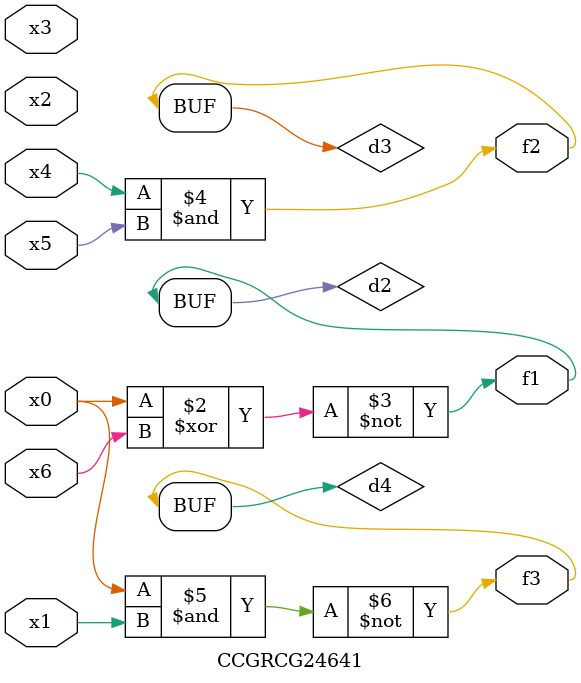
<source format=v>
module CCGRCG24641(
	input x0, x1, x2, x3, x4, x5, x6,
	output f1, f2, f3
);

	wire d1, d2, d3, d4;

	nor (d1, x0);
	xnor (d2, x0, x6);
	and (d3, x4, x5);
	nand (d4, x0, x1);
	assign f1 = d2;
	assign f2 = d3;
	assign f3 = d4;
endmodule

</source>
